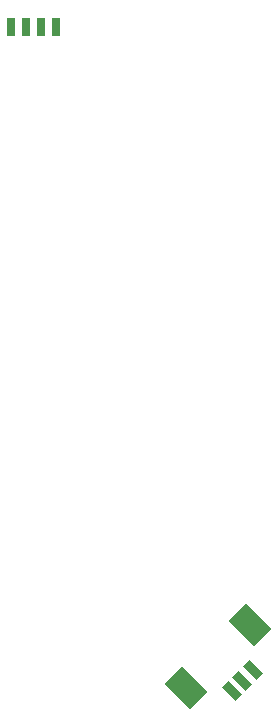
<source format=gbr>
%TF.GenerationSoftware,KiCad,Pcbnew,(6.0.10)*%
%TF.CreationDate,2023-01-22T12:58:48+02:00*%
%TF.ProjectId,view_base,76696577-5f62-4617-9365-2e6b69636164,rev?*%
%TF.SameCoordinates,Original*%
%TF.FileFunction,Paste,Bot*%
%TF.FilePolarity,Positive*%
%FSLAX46Y46*%
G04 Gerber Fmt 4.6, Leading zero omitted, Abs format (unit mm)*
G04 Created by KiCad (PCBNEW (6.0.10)) date 2023-01-22 12:58:48*
%MOMM*%
%LPD*%
G01*
G04 APERTURE LIST*
G04 Aperture macros list*
%AMRotRect*
0 Rectangle, with rotation*
0 The origin of the aperture is its center*
0 $1 length*
0 $2 width*
0 $3 Rotation angle, in degrees counterclockwise*
0 Add horizontal line*
21,1,$1,$2,0,0,$3*%
G04 Aperture macros list end*
%ADD10R,0.700000X1.600000*%
%ADD11RotRect,2.100000X2.999999X45.000000*%
%ADD12RotRect,0.800000X1.600000X45.000000*%
G04 APERTURE END LIST*
D10*
%TO.C,U8*%
X101905000Y-62350000D03*
X100635000Y-62350000D03*
X99365000Y-62350000D03*
X98095000Y-62350000D03*
%TD*%
D11*
%TO.C,J1*%
X118336280Y-112962502D03*
X112962269Y-118336513D03*
D12*
X116816000Y-118584000D03*
X117699883Y-117700117D03*
X118583767Y-116816233D03*
%TD*%
M02*

</source>
